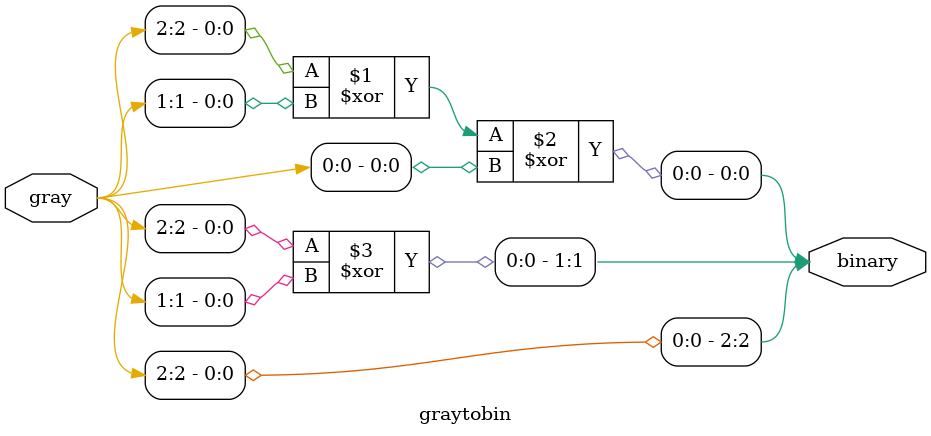
<source format=v>
module graytobin(gray, binary);
  input  [2:0] gray;
  output [2:0] binary;

  assign binary[0] = gray[2] ^ gray[1] ^ gray[0];
  assign binary[1] = gray[2] ^ gray[1];
  assign binary[2] = gray[2];

endmodule

</source>
